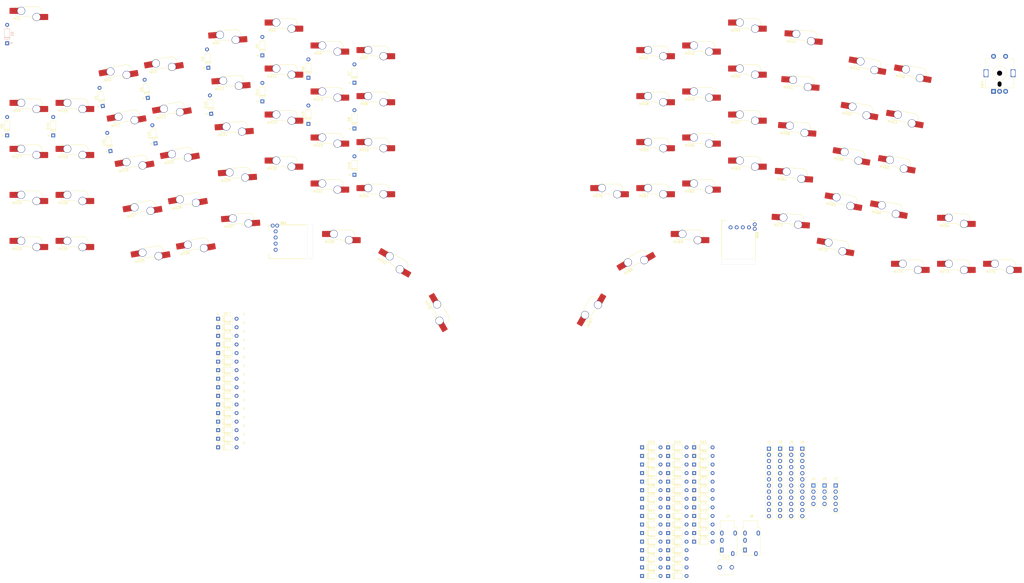
<source format=kicad_pcb>
(kicad_pcb (version 20240108) (generator "pcbnew") (generator_version "8.0")
  (layers (0 "F.Cu" signal) (31 "B.Cu" signal) (34 "B.Paste" user) (35 "F.Paste" user) (36 "B.SilkS" user "B.Silkscreen") (37 "F.SilkS" user "F.Silkscreen") (38 "B.Mask" user) (39 "F.Mask" user) (44 "Edge.Cuts" user))
  (net 0 "")
  (net 1 "Net-(D1-A)")
  (net 2 "Net-(D1-K)")
  (net 3 "Net-(D2-A)")
  (net 4 "Net-(D3-A)")
  (net 5 "Net-(D4-A)")
  (net 6 "Net-(D5-A)")
  (net 7 "Net-(D6-A)")
  (net 8 "Net-(D7-A)")
  (net 9 "Net-(D8-A)")
  (net 10 "Net-(D9-A)")
  (net 11 "Net-(D10-A)")
  (net 12 "Net-(D10-K)")
  (net 13 "Net-(D11-A)")
  (net 14 "Net-(D12-A)")
  (net 15 "Net-(D13-A)")
  (net 16 "Net-(D14-A)")
  (net 17 "Net-(D15-A)")
  (net 18 "Net-(D16-A)")
  (net 19 "Net-(D17-A)")
  (net 20 "Net-(D17-K)")
  (net 21 "Net-(D18-A)")
  (net 22 "Net-(D19-A)")
  (net 23 "Net-(D20-A)")
  (net 24 "Net-(D21-A)")
  (net 25 "Net-(D22-A)")
  (net 26 "Net-(D23-A)")
  (net 27 "Net-(D24-A)")
  (net 28 "Net-(D25-A)")
  (net 29 "Net-(D25-K)")
  (net 30 "Net-(D26-A)")
  (net 31 "Net-(D27-A)")
  (net 32 "Net-(D28-A)")
  (net 33 "Net-(D29-A)")
  (net 34 "Net-(D30-A)")
  (net 35 "Net-(D31-A)")
  (net 36 "Net-(D32-A)")
  (net 37 "Net-(D33-K)")
  (net 38 "Net-(D33-A)")
  (net 39 "Net-(D34-A)")
  (net 40 "Net-(D35-A)")
  (net 41 "Net-(D36-A)")
  (net 42 "Net-(D37-A)")
  (net 43 "Net-(D38-A)")
  (net 44 "Net-(D39-A)")
  (net 45 "Net-(D40-A)")
  (net 46 "Net-(D41-K)")
  (net 47 "Net-(D41-A)")
  (net 48 "Net-(D42-A)")
  (net 49 "Net-(D43-A)")
  (net 50 "Net-(D44-A)")
  (net 51 "Net-(D45-A)")
  (net 52 "Net-(D46-A)")
  (net 53 "Net-(D47-A)")
  (net 54 "Net-(D48-K)")
  (net 55 "Net-(D48-A)")
  (net 56 "Net-(D49-A)")
  (net 57 "Net-(D50-A)")
  (net 58 "Net-(D51-A)")
  (net 59 "Net-(D52-A)")
  (net 60 "Net-(D53-A)")
  (net 61 "Net-(D54-A)")
  (net 62 "Net-(D55-K)")
  (net 63 "Net-(D55-A)")
  (net 64 "Net-(D56-A)")
  (net 65 "Net-(D57-A)")
  (net 66 "Net-(D58-A)")
  (net 67 "Net-(D59-A)")
  (net 68 "Net-(D60-A)")
  (net 69 "Net-(D61-K)")
  (net 70 "Net-(D61-A)")
  (net 71 "Net-(D62-A)")
  (net 72 "Net-(D63-A)")
  (net 73 "Net-(D64-A)")
  (net 74 "Net-(D65-A)")
  (net 75 "Net-(D66-A)")
  (net 76 "Net-(D67-A)")
  (net 77 "Net-(D67-K)")
  (net 78 "Net-(D68-A)")
  (net 79 "Net-(D69-A)")
  (net 80 "Net-(D70-A)")
  (net 81 "Net-(D71-A)")
  (net 82 "Net-(D72-A)")
  (net 83 "Net-(D73-A)")
  (net 84 "Net-(D74-A)")
  (net 85 "Net-(D75-A)")
  (net 86 "Net-(D76-A)")
  (net 87 "TRRS_VCC")
  (net 88 "Net-(J1-Pin_7)")
  (net 89 "Net-(J1-Pin_12)")
  (net 90 "Net-(J1-Pin_10)")
  (net 91 "Net-(J1-Pin_5)")
  (net 92 "Net-(J1-Pin_3)")
  (net 94 "Net-(J1-Pin_9)")
  (net 95 "Net-(J1-Pin_6)")
  (net 96 "Net-(J1-Pin_8)")
  (net 97 "Net-(J1-Pin_11)")
  (net 98 "TRRS_GND")
  (net 99 "OLED_SCL")
  (net 100 "OLED_VCC")
  (net 101 "OLED_SDA")
  (net 102 "OLED_GND")
  (net 103 "TRRS_DATA")
  (net 104 "ENC_L_A")
  (net 105 "ENC_L_B")
  (net 106 "GND")
  (net 109 "CIRQ_SCL")
  (net 110 "CIRQ_SDA")
  (net 113 "Net-(J5-Pin_2)")
  (net 114 "Net-(J5-Pin_1)")
  (net 115 "Net-(J6-Pin_9)")
  (net 118 "Net-(J6-Pin_5)")
  (net 119 "Net-(J6-Pin_11)")
  (net 120 "Net-(J6-Pin_7)")
  (net 122 "Net-(J6-Pin_1)")
  (net 123 "Net-(J6-Pin_6)")
  (net 124 "Net-(J6-Pin_10)")
  (net 125 "Net-(J6-Pin_12)")
  (net 126 "Net-(J6-Pin_8)")
  (net 127 "CIRQ_VCC")
  (net 128 "CIRQ_GND")
  (net 133 "ENC_R1_B")
  (net 134 "ENC_R1_A")
  (net 135 "ENC_R2_A")
  (net 136 "ENC_R2_B")
  (footprint "PCM_marbastlib-mx:SW_MX_HS_CPG151101S11_1u" (layer "F.Cu") (at 354.662943 125.432082 -4)
    (property "Reference" "MX71")
    (property "Value" "MX-NoLED")
  )
  (footprint "PCM_marbastlib-mx:SW_MX_HS_CPG151101S11_1u" (layer "F.Cu") (at 109.461578 136.009052 10)
    (property "Reference" "MX36")
    (property "Value" "MX-NoLED")
  )
  (footprint "Diode_THT:D_DO-35_SOD27_P7.62mm_Horizontal" (layer "F.Cu") (at 304.8225 265.0633)
    (property "Reference" "D63")
    (property "Value" "1N4148")
  )
  (footprint "PCM_marbastlib-mx:SW_MX_HS_CPG151101S11_1u" (layer "F.Cu") (at 423.452287 125.378902)
    (property "Reference" "MX54")
    (property "Value" "MX-NoLED")
  )
  (footprint "PCM_marbastlib-mx:SW_MX_HS_CPG151101S11_1u" (layer "F.Cu") (at 404.769974 64.2747 -10)
    (property "Reference" "MX46")
    (property "Value" "MX-NoLED")
  )
  (footprint "PCM_marbastlib-mx:SW_MX_HS_CPG151101S11_1u" (layer "F.Cu") (at 299.002287 113.078902)
    (property "Reference" "MX61")
    (property "Value" "MX-NoLED")
  )
  (footprint "PCM_marbastlib-mx:SW_MX_HS_CPG151101S11_1u" (layer "F.Cu") (at 58.7375 77.7875)
    (property "Reference" "MX10")
    (property "Value" "MX-NoLED")
  )
  (footprint "Diode_THT:D_DO-35_SOD27_P7.62mm_Horizontal" (layer "F.Cu") (at 315.5925 247.3133)
    (property "Reference" "D74")
    (property "Value" "1N4148")
  )
  (footprint "PCM_marbastlib-mx:SW_MX_HS_CPG151101S11_1u" (layer "F.Cu") (at 279.952287 113.078902)
    (property "Reference" "MX76")
    (property "Value" "MX-NoLED")
  )
  (footprint "PCM_marbastlib-mx:SW_MX_HS_CPG151101S11_1u" (layer "F.Cu") (at 39.6875 115.8875)
    (property "Reference" "MX25")
    (property "Value" "MX-NoLED")
  )
  (footprint "Diode_THT:D_DO-35_SOD27_P7.62mm_Horizontal" (layer "F.Cu") (at 89.5616 70.64375 100)
    (property "Reference" "D3")
    (property "Value" "1N4148")
  )
  (footprint "Diode_THT:D_DO-35_SOD27_P7.62mm_Horizontal" (layer "F.Cu") (at 50.403125 86.20125 90)
    (property "Reference" "D10")
    (property "Value" "1N4148")
  )
  (footprint "Diode_THT:D_DO-35_SOD27_P7.62mm_Horizontal" (layer "F.Cu") (at 118.640625 162.1)
    (property "Reference" "D17")
    (property "Value" "1N4148")
  )
  (footprint "Diode_THT:D_DO-35_SOD27_P7.62mm_Horizontal" (layer "F.Cu") (at 315.5925 250.8633)
    (property "Reference" "D75")
    (property "Value" "1N4148")
  )
  (footprint "PCM_marbastlib-mx:SW_MX_HS_CPG151101S11_1u" (layer "F.Cu") (at 318.002287 111.178902)
    (property "Reference" "MX62")
    (property "Value" "MX-NoLED")
  )
  (footprint "Diode_THT:D_DO-35_SOD27_P7.62mm_Horizontal" (layer "F.Cu") (at 175.021875 64.373125 90)
    (property "Reference" "D7")
    (property "Value" "1N4148")
  )
  (footprint "PCM_marbastlib-mx:SW_MX_HS_CPG151101S11_1u" (layer "F.Cu") (at 164.236687 111.178902)
    (property "Reference" "MX31")
    (property "Value" "MX-NoLED")
  )
  (footprint "Diode_THT:D_DO-35_SOD27_P7.62mm_Horizontal" (layer "F.Cu") (at 118.640625 190.5)
    (property "Reference" "D25")
    (property "Value" "1N4148")
  )
  (footprint "Connector_PinSocket_2.54mm:PinSocket_1x05_P2.54mm_Vertical" (layer "F.Cu") (at 374.1325 231.1633)
    (property "Reference" "J7")
    (property "Value" "Conn_01x05")
  )
  (footprint "Diode_THT:D_DO-35_SOD27_P7.62mm_Horizontal" (layer "F.Cu") (at 304.8225 229.5633)
    (property "Reference" "D53")
    (property "Value" "1N4148")
  )
  (footprint "Kailh red micro switch silent:Kailh red micro switch silent" (layer "F.Cu") (at 328.6875 265.0383)
    (property "Reference" "SW2")
    (property "Value" "SW_Push")
  )
  (footprint "PCM_marbastlib-mx:SW_MX_HS_CPG151101S11_1u" (layer "F.Cu") (at 423.452287 144.428902)
    (property "Reference" "MX73")
    (property "Value" "MX-NoLED")
  )
  (footprint "Diode_THT:D_DO-35_SOD27_P7.62mm_Horizontal" (layer "F.Cu") (at 294.0525 243.7633)
    (property "Reference" "D41")
    (property "Value" "1N4148")
  )
  (footprint "PCM_marbastlib-mx:SW_MX_HS_CPG151101S11_1u" (layer "F.Cu") (at 168.986687 132.078902)
    (property "Reference" "MX39")
    (property "Value" "MX-NoLED")
  )
  (footprint "PCM_marbastlib-mx:SW_MX_HS_CPG151101S11_1.25u" (layer "F.Cu") (at 276.094487 160.897102 60)
    (property "Reference" "MX67")
    (property "Value" "MX-NoLED")
  )
  (footprint "PCM_marbastlib-mx:SW_MX_HS_CPG151101S11_1u" (layer "F.Cu") (at 189.259487 141.919902 -30)
    (property "Reference" "MX32")
    (property "Value" "MX-NoLED")
  )
  (footprint "PCM_marbastlib-mx:SW_MX_HS_CPG151101S11_1u" (layer "F.Cu") (at 442.502287 144.428902)
    (property "Reference" "MX75")
    (property "Value" "MX-NoLED")
  )
  (footprint "PCM_marbastlib-mx:SW_MX_HS_CPG151101S11_1u" (layer "F.Cu") (at 127.576031 125.432082 4)
    (property "Reference" "MX37")
    (property "Value" "MX-NoLED")
  )
  (footprint "Diode_THT:D_DO-35_SOD27_P7.62mm_Horizontal" (layer "F.Cu") (at 315.5925 215.3633)
    (property "Reference" "D65")
    (property "Value" "1N4148")
  )
  (footprint "PCM_marbastlib-mx:SW_MX_HS_CPG151101S11_1u" (layer "F.Cu") (at 39.6875 96.8375)
    (property "Reference" "MX17")
    (property "Value" "MX-NoLED")
  )
  (footprint "Diode_THT:D_DO-35_SOD27_P7.62mm_Horizontal" (layer "F.Cu") (at 175.021875 102.473125 90)
    (property "Reference" "D16")
    (property "Value" "1N4148")
  )
  (footprint "Diode_THT:D_DO-35_SOD27_P7.62mm_Horizontal" (layer "F.Cu") (at 304.8225 261.5133)
    (property "Reference" "D62")
    (property "Value" "1N4148")
  )
  (footprint "PCM_marbastlib-mx:SW_MX_HS_CPG151101S11_1u" (layer "F.Cu") (at 102.845583 98.487877 10)
    (property "Reference" "MX20")
    (property "Value" "MX-NoLED")
  )
  (footprint "Diode_THT:D_DO-35_SOD27_P7.62mm_Horizontal" (layer "F.Cu") (at 294.0525 250.8633)
    (property "Reference" "D43")
    (property "Value" "1N4148")
  )
  (footprint "PCM_marbastlib-mx:SW_MX_HS_CPG151101S11_1u" (layer "F.Cu") (at 126.24717 106.428487 4)
    (property "Reference" "MX29")
    (property "Value" "MX-NoLED")
  )
  (footprint "Diode_THT:D_DO-35_SOD27_P7.62mm_Horizontal" (layer "F.Cu") (at 315.5925 226.0133)
    (property "Reference" "D68")
    (property "Value" "1N4148")
  )
  (footprint "PCM_marbastlib-mx:SW_MX_HS_CPG151101S11_1u" (layer "F.Cu") (at 164.236687 92.128902)
    (property "Reference" "MX23")
    (property "Value" "MX-NoLED")
  )
  (footprint "Diode_THT:D_DO-35_SOD27_P7.62mm_Horizontal" (layer "F.Cu") (at 294.0525 257.9633)
    (property "Reference" "D45")
    (property "Value" "1N4148")
  )
  (footprint "PCM_marbastlib-mx:SW_MX_HS_CPG151101S11_1u" (layer "F.Cu") (at 183.236687 55.928902)
    (property "Reference" "MX7")
    (property "Value" "MX-NoLED")
  )
  (footprint "PCM_marbastlib-mx:SW_MX_HS_CPG151101S11_1u" (layer "F.Cu") (at 124.918309 87.424892 4)
    (property "Reference" "MX21")
    (property "Value" "MX-NoLED")
  )
  (footprint "PCM_marbastlib-mx:SW_MX_HS_CPG151101S11_1u" (layer "F.Cu") (at 106.153581 117.248465 10)
    (property "Reference" "MX28")
    (property "Value" "MX-NoLED")
  )
  (footprint "Diode_THT:D_DO-35_SOD27_P7.62mm_Horizontal" (layer "F.Cu") (at 175.021875 83.34375 90)
    (property "Reference" "D8")
    (property "Value" "1N4148")
  )
  (footprint "PCM_marbastlib-mx:SW_MX_HS_CPG151101S11_1u" (layer "F.Cu") (at 398.153979 101.795875 -10)
    (property "Reference" "MX60")
    (property "Value" "MX-NoLED")
  )
  (footprint "Connector_PinSocket_2.54mm:PinSocket_1x04_P2.54mm_Vertical" (layer "F.Cu") (at 364.9325 231.1633)
    (property "Reference" "J2")
    (property "Value" "OLED")
  )
  (footprint "PCM_marbastlib-mx:SW_MX_HS_CPG151101S11_1u" (layer "F.Cu") (at 318.002287 92.128902)
    (property "Reference" "MX56")
    (property "Value" "MX-NoLED")
  )
  (footprint "Diode_THT:D_DO-35_SOD27_P7.62mm_Horizontal" (layer "F.Cu") (at 294.0525 247.3133)
    (property "Reference" "D42")
    (property "Value" "1N4148")
  )
  (footprint "Diode_THT:D_DO-35_SOD27_P7.62mm_Horizontal" (layer "F.Cu") (at 155.971875 81.43875 90)
    (property "Reference" "D15")
    (property "Value" "1N4148")
  )
  (footprint "PCM_marbastlib-mx:SW_MX_HS_CPG151101S11_1u" (layer "F.Cu") (at 337.002287 44.528902)
    (property "Reference" "MX43")
    (property "Value" "MX-NoLED")
  )
  (footprint "Diode_THT:D_DO-35_SOD27_P7.62mm_Horizontal" (layer "F.Cu") (at 294.0525 233.1133)
    (property "Reference" "D38")
    (property "Value" "1N4148")
  )
  (footprint "PCM_marbastlib-mx:SW_MX_HS_CPG151101S11_1u" (layer "F.Cu") (at 355.991804 106.428487 -4)
    (property "Reference" "MX64")
    (property "Value" "MX-NoLED")
  )
  (footprint "PCM_marbastlib-mx:SW_MX_HS_CPG151101S11_1u" (layer "F.Cu") (at 337.002287 82.628902)
    (property "Reference" "MX57")
    (property "Value" "MX-NoLED")
  )
  (footprint "Diode_THT:D_DO-35_SOD27_P7.62mm_Horizontal" (layer "F.Cu") (at 118.640625 215.35)
    (property "Reference" "D32")
    (property "Value" "1N4148")
  )
  (footprint "PCM_marbastlib-mx:SW_MX_HS_CPG151101S11_1u" (layer "F.Cu") (at 401.461977 83.035287 -10)
    (property "Reference" "MX53")
    (property "Value" "MX-NoLED")
  )
  (footprint "PCM_marbastlib-mx:SW_MX_HS_CPG151101S11_1.25u" (layer "F.Cu") (at 206.094487 160.897102 -60)
    (property "Reference" "MX40")
    (property "Value" "MX-NoLED")
  )
  (footprint "PCM_marbastlib-mx:SW_MX_HS_CPG151101S11_1u" (layer "F.Cu") (at 77.469 64.2747 10)
    (property "Reference" "MX2")
    (property "Value" "MX-NoLED")
  )
  (footprint "Diode_THT:D_DO-35_SOD27_P7.62mm_Horizontal" (layer "F.Cu") (at 118.640625 172.75)
    (property "Reference" "D20")
    (property "Value" "1N4148")
  )
  (footprint "Diode_THT:D_DO-35_SOD27_P7.62mm_Horizontal" (layer "F.Cu") (at 315.5925 222.4633)
    (property "Reference" "D67")
    (property "Value" "1N4148")
  )
  (footprint "PCM_marbastlib-mx:SW_MX_HS_CPG151101S11_1u" (layer "F.Cu") (at 372.777396 136.009052 -10)
    (property "Reference" "MX72")
    (property "Value" "MX-NoLED")
  )
  (footprint "PCM_marbastlib-mx:SW_MX_HS_CPG151101S11_1u" (layer "F.Cu") (at 404.402287 144.428902)
    (property "Reference" "MX74")
    (property "Value" "MX-NoLED")
  )
  (footprint "Connector_Audio:Jack_3.5mm_PJ320E_Horizontal" (layer "F.Cu") (at 336.6325 257.8633)
    (property "Reference" "J8")
    (property "Value" "AudioJack4")
  )
  (footprint "PCM_marbastlib-mx:SW_MX_HS_CPG151101S11_1u" (layer "F.Cu") (at 357.320665 87.424892 -4)
    (property "Reference" "MX58")
    (property "Value" "MX-NoLED")
  )
  (footprint "PCM_marbastlib-mx:SW_MX_HS_CPG151101S11_1u" (layer "F.Cu") (at 183.236687 74.978902)
    (property "Reference" "MX8")
    (property "Value" "MX-NoLED")
  )
  (footprint "Diode_THT:D_DO-35_SOD27_P7.62mm_Horizontal" (layer "F.Cu") (at 294.0525 254.4133)
    (property "Reference" "D44")
    (property "Value" "1N4148")
  )
  (footprint "PCM_marbastlib-mx:SW_MX_HS_CPG151101S11_1u" (layer "F.Cu") (at 145.236687 82.628902)
    (property "Reference" "MX22")
    (property "Value" "MX-NoLED")
  )
  (footprint "PCM_marbastlib-mx:SW_MX_HS_CPG151101S11_1u" (layer "F.Cu") (at 318.002287 73.078902)
    (property "Reference" "MX49")
    (property "Value" "MX-NoLED")
  )
  (footprint "PCM_marbastlib-mx:SW_MX_HS_CPG151101S11_1u" (layer "F.Cu") (at 164.236687 54.028902)
    (property "Reference" "MX6")
    (property "Value" "MX-NoLED")
  )
  (footprint "Diode_THT:D_DO-35_SOD27_P7.62mm_Horizontal" (layer "F.Cu") (at 294.0525 218.9133)
    (property "Reference" "D34")
    (property "Value" "1N4148")
  )
  (footprint "PCM_marbastlib-mx:SW_MX_HS_CPG151101S11_1u" (layer "F.Cu") (at 337.002287 101.678902)
    (property "Reference" "MX63")
    (property "Value" "MX-NoLED")
  )
  (footprint "PCM_marbastlib-mx:SW_MX_HS_CPG151101S11_1u" (layer "F.Cu") (at 386.009387 60.966702 -10)
    (property "Reference" "MX45")
    (property "Value" "MX-NoLED")
  )
  (footprint "Diode_THT:D_DO-35_SOD27_P7.62mm_Horizontal" (layer "F.Cu") (at 118.640625 204.7)
    (property "Reference" "D29")
    (property "Value" "1N4148")
  )
  (footprint "Diode_THT:D_DO-35_SOD27_P7.62mm_Horizontal" (layer "F.Cu") (at 118.640625 179.85)
    (property "Reference" "D22")
    (property "Value" "1N4148")
  )
  (footprint "Diode_THT:D_DO-35_SOD27_P7.62mm_Horizontal" (layer "F.Cu") (at 304.8225 240.2133)
    (property "Reference" "D56")
    (property "Value" "1N4148")
  )
  (footprint "Diode_THT:D_DO-35_SOD27_P7.62mm_Horizontal" (layer "F.Cu") (at 118.640625 165.65)
    (property "Reference" "D18")
    (property "Value" "1N4148")
  )
  (footprint "PCM_marbastlib-mx:SW_MX_HS_CPG151101S11_1u" (layer "F.Cu") (at 145.236687 101.678902)
    (property "Reference" "MX30")
    (property "Value" "MX-NoLED")
  )
  (footprint "PCM_marbastlib-mx:SW_MX_HS_CPG151101S11_1u" (layer "F.Cu") (at 183.236687 113.078902)
    (property "Reference" "MX24")
    (property "Value" "MX-NoLED")
  )
  (footprint "Diode_THT:D_DO-35_SOD27_P7.62mm_Horizontal" (layer "F.Cu") (at 304.8225 236.6633)
    (property "Reference" "D55")
    (property "Value" "1N4148")
  )
  (footprint "Diode_THT:D_DO-35_SOD27_P7.62mm_Horizontal" (layer "F.Cu") (at 315.5925 229.5633)
    (property "Reference" "D69")
    (property "Value" "1N4148")
  )
  (footprint "Connector_PinSocket_2.54mm:PinSocket_1x04_P2.54mm_Vertical" (layer "F.Cu") (at 369.5325 231.1633)
    (property "Reference" "J9")
    (property "Value" "Cirque_TRKPD")
  )
  (footprint "PCM_marbastlib-mx:SW_MX_HS_CPG151101S11_1u" (layer "F.Cu") (at 80.776997 83.035287 10)
    (property "Reference" "MX11")
    (property "Value" "MX-NoLED")
  )
  (footprint "Connector_PinSocket_2.54mm:PinSocket_1x12_P2.54mm_Vertical" (layer "F.Cu") (at 346.5325 215.9133)
    (property "Reference" "J1")
    (property "Value" "Conn_01x12")
  )
  (footprint "PCM_marbastlib-mx:SW_MX_HS_CPG151101S11_1u" (layer "F.Cu") (at 84.084995 101.795875 10)
    (property "Reference" "MX19")
    (property "Value" "MX-NoLED")
  )
  (footprint "Diode_THT:D_DO-35_SOD27_P7.62mm_Horizontal" (layer "F.Cu") (at 70.908475 73.998993 100)
    (property "Reference" "D2")
    (property "Value" "1N4148")
  )
  (footprint "PCM_marbastlib-mx:SW_MX_HS_CPG151101S11_1u" (layer "F.Cu") (at 394.845981 120.556463 -10)
    (property "Reference" "MX66")
    (property "Value" "MX-NoLED")
  )
  (footprint "Diode_THT:D_DO-35_SOD27_P7.62mm_Horizontal" (layer "F.Cu") (at 304.8225 254.4133)
    (property "Reference" "D60")
    (property "Value" "1N4148")
  )
  (footprint "Diode_THT:D_DO-35_SOD27_P7.62mm_Horizontal" (layer "F.Cu") (at 294.0525 215.3633)
    (property "Reference" "D33")
    (property "Value" "1N4148")
  )
  (footprint "Diode_THT:D_DO-35_SOD27_P7.62mm_Horizontal" (layer "F.Cu") (at 294.0525 261.5133)
    (property "Reference" "D46")
    (property "Value" "1N4148")
  )
  (footprint "Diode_THT:D_DO-35_SOD27_P7.62mm_Horizontal" (layer "F.Cu") (at 118.640625 208.25)
    (property "Reference" "D30")
    (property "Value" "1N4148")
  )
  (footprint "random-keyboard-parts:RollerEncoder_Panasonic_EVQWGD001" (layer "F.Cu") (at 334.452287 129.885152 -90)
    (property "Reference" "SW3")
    (property "Value" "RotaryEncoder_Switch")
    (fp_line (start 7.7 7.6) (end 9.5 7.6) (stroke (width 0.05)) (layer "Edge.Cuts"))
    (fp_line (start 9.8 7.3) (end 9.8 -6.3) (stroke (width 0.05)) (layer "Edge.Cuts"))
    (fp_line (start 7.4 -6.3) (end 7.4 7.3) (stroke (width 0.05)) (layer "Edge.Cuts"))
    (fp_line (start 9.5 -6.6) (end 7.7 -6.6) (stroke (width 0.05)) (layer "Edge.Cuts"))
    (fp_arc (start 7.7 7.6) (mid 7.487868 7.512132) (end 7.4 7.3) (stroke (width 0.05)) (layer "Edge.Cuts"))
    (fp_arc (start 9.8 7.3) (mid 9.712132 7.512132) (end 9.5 7.6) (stroke (width 0.05)) (layer "Edge.Cuts"))
    (fp_arc (start 7.4 -6.3) (mid 7.487868 -6.512132) (end 7.7 -6.6) (stroke (width 0.05)) (layer "Edge.Cuts"))
    (fp_arc (start 9.5 -6.6) (mid 9.712132 -6.512132) (end 9.8 -6.3) (stroke (width 0.05)) (layer "Edge.Cuts"))
  )
  (footprint "Diode_THT:D_DO-35_SOD27_P7.62mm_Horizontal" (layer "F.Cu") (at 92.7366 89.477118 100)
    (property "Reference" "D12")
    (property "Value" "1N4148")
  )
  (footprint "PCM_marbastlib-mx:SW_MX_HS_CPG151101S11_1u" (layer "F.Cu") (at 87.392993 120.556463 10)
    (property "Reference" "MX27")
    (property "Value" "MX-NoLED")
  )
  (footprint "Diode_THT:D_DO-35_SOD27_P7.62mm_Horizontal" (layer "F.Cu") (at 304.8225 243.7633)
    (property "Reference" "D57")
    (property "Value" "1N4148")
  )
  (footprint "Diode_THT:D_DO-35_SOD27_P7.62mm_Horizontal" (layer "F.Cu") (at 294.0525 222.4633)
    (property "Reference" "D35")
    (property "Value" "1N4148")
  )
  (footprint "Diode_THT:D_DO-35_SOD27_P7.62mm_Horizontal" (layer "F.Cu") (at 315.5925 218.9133)
    (property "Reference" "D66")
    (property "Value" "1N4148")
  )
  (footprint "Diode_THT:D_DO-35_SOD27_P7.62mm_Horizontal" (layer "F.Cu") (at 304.8225 215.3633)
    (property "Reference" "D49")
    (property "Value" "1N4148")
  )
  (footprint "Diode_THT:D_DO-35_SOD27_P7.62mm_Horizontal" (layer "F.Cu") (at 118.640625 211.8)
    (property "Reference" "D31")
    (property "Value" "1N4148")
  )
  (footprint "PCM_marbastlib-mx:SW_MX_HS_CPG151101S11_1u" (layer "F.Cu") (at 123.589448 68.421297 4)
    (property "Reference" "MX13")
    (property "Value" "MX-NoLED")
  )
  (footprint "PCM_marbastlib-mx:SW_MX_HS_CPG151101S11_1u" (layer "F.Cu") (at 39.6875 77.7875)
    (property "Reference" "MX9")
    (property "Value" "MX-NoLED")
  )
  (footprint "Diode_THT:D_DO-35_SOD27_P7.62mm_Horizontal" (layer "F.Cu") (at 294.0525 229.5633)
    (property "Reference" "D37")
    (property "Value" "1N4148")
  )
  (footprint "Diode_THT:D_DO-35_SOD27_P7.62mm_Horizontal" (layer "F.Cu") (at 315.5925 233.1133)
    (property "Reference" "D70")
    (property "Value" "1N4148")
  )
  (footprint "Diode_THT:D_DO-35_SOD27_P7.62mm_Horizontal" (layer "F.Cu") (at 294.0525 236.6633)
    (property "Reference" "D39")
    (property "Value" "1N4148")
  )
  (footprint "Diode_THT:D_DO-35_SOD27_P7.62mm_Horizontal" (layer "F.Cu") (at 136.921875 53.0225 90)
    (property "Reference" "D5")
    (property "Value" "1N4148")
  )
  (footprint "PCM_marbastlib-mx:SW_MX_HS_CPG151101S11_1u" (layer "F.Cu") (at 39.6875 39.6875)
    (property "Reference" "MX1")
    (property "Value" "MX-NoLED")
  )
  (footprint "Diode_THT:D_DO-35_SOD27_P7.62mm_Horizontal" (layer "F.Cu") (at 114.565773 58.172594 94)
    (property "Reference" "D4")
    (property "Value" "1N4148")
  )
  (footprint "Diode_THT:D_DO-35_SOD27_P7.62mm_Horizontal" (layer "F.Cu") (at 118.640625 186.95)
    (property "Reference" "D24")
    (property "Value" "1N4148")
  )
  (footprint "PCM_marbastlib-mx:SW_MX_HS_CPG151101S11_1u" (layer "F.Cu") (at 90.700991 139.31705 10)
    (property "Reference" "MX35")
    (property "Value" "MX-NoLED")
  )
  (footprint "Diode_THT:D_DO-35_SOD27_P7.62mm_Horizontal" (layer "F.Cu") (at 155.971875 62.309375 90)
    (property "Reference" "D6")
    (property "Value" "1N4148")
  )
  (footprint "Diode_THT:D_DO-35_SOD27_P7.62mm_Horizontal" (layer "F.Cu") (at 118.640625 176.3)
    (property "Reference" "D21")
    (property "Value" "1N4148")
  )
  (footprint "Diode_THT:D_DO-35_SOD27_P7.62mm_Horizontal" (layer "F.Cu") (at 315.5925 254.4133)
    (property "Reference" "D76")
    (property "Value" "1N4148")
  )
  (footprint "PCM_marbastlib-mx:SW_MX_HS_CPG151101S11_1u" (layer "F.Cu") (at 299.002287 94.028902)
    (property "Reference" "MX55")
    (property "Value" "MX-NoLED")
  )
  (footprint "Diode_THT:D_DO-35_SOD27_P7.62mm_Horizontal" (layer "F.Cu") (at 118.640625 201.15)
    (property "Reference" "D28")
    (property "Value" "1N4148")
  )
  (footprint "PCM_marbastlib-mx:SW_MX_HS_CPG151101S11_1u" (layer "F.Cu") (at 164.236687 73.078902)
    (property "Reference" "MX15")
    (property "Value" "MX-NoLED")
  )
  (footprint "Diode_THT:D_DO-35_SOD27_P7.62mm_Horizontal" (layer "F.Cu") (at 31.353125 86.20125 90)
    (property "Reference" "D9")
    (property "Value" "1N4148")
  )
  (footprint "PCM_marbastlib-mx:SW_MX_HS_CPG151101S11_1u" (layer "F.Cu") (at 96.229587 60.966702 10)
    (property "Reference" "MX3")
    (property "Value" "MX-NoLED")
  )
  (footprint "PCM_marbastlib-mx:SW_MX_HS_CPG151101S11_1u" (layer "F.Cu") (at 145.236687 63.578902)
    (property "Reference" "MX14")
    (property "Value" "MX-NoLED")
  )
  (footprint "Diode_THT:D_DO-35_SOD27_P7.62mm_Horizontal" (layer "F.Cu") (at 304.8225 247.3133)
    (property "Reference" "D58")
    (property "Value" "1N4148")
  )
  (footprint "Connector_Audio:Jack_3.5mm_PJ320E_Horizontal" (layer "F.Cu") (at 327.0475 257.8633)
    (property "Reference" "J4")
    (property "Value" "AudioJack4")
  )
  (footprint "Diode_THT:D_DO-35_SOD27_P7.62mm_Horizontal" (layer "F.Cu") (at 115.756398 77.222594 94)
    (property "Reference" "D13")
    (property "Value" "1N4148")
  )
  (footprint "Diode_THT:D_DO-35_SOD27_P7.62mm_Horizontal" (layer "F.Cu") (at 118.640625 194.05)
    (property "Reference" "D26")
    (property "Value" "1N4148")
  )
  (footprint "Diode_THT:D_DO-35_SOD27_P7.62mm_Horizontal" (layer "F.Cu") (at 315.5925 236.6633)
    (property "Reference" "D71")
    (property "Value" "1N4148")
  )
  (footprint "Connector_PinSocket_2.54mm:PinSocket_1x12_P2.54mm_Vertical" (layer "F.Cu") (at 355.7325 215.9133)
    (property "Reference" "J5")
    (property "Value" "Conn_01x12")
  )
  (footprint "PCM_marbastlib-mx:SW_MX_HS_CPG151101S11_1u" (layer "F.Cu") (at 313.252287 132.078902)
    (property "Reference" "MX69")
    (property "Value" "MX-NoLED")
  )
  (footprint "Diode_THT:D_DO-35_SOD27_P7.62mm_Horizontal" (layer "F.Cu") (at 74.083475 92.652118 100)
    (property "Reference" "D11")
    (property "Value" "1N4148")
  )
  (footprint "Diode_THT:D_DO-35_SOD27_P7.62mm_Horizontal" (layer "F.Cu") (at 136.921875 72.0725 90)
    (property "Reference" "D14")
    (property "Value" "1N4148")
  )
  (footprint "Diode_THT:D_DO-35_SOD27_P7.62mm_Horizontal" (layer "F.Cu") (at 315.5925 240.2133)
    (property "Reference" "D72")
    (property "Value" "1N4148")
  )
  (footprint "PCM_marbastlib-mx:SW_MX_HS_CPG151101S11_1u" (layer "F.Cu") (at 318.002287 54.028902)
    (property "Reference" "MX42")
    (property "Value" "MX-NoLED")
  )
  (footprint "PCM_marbastlib-mx:SW_MX_HS_CPG151101S11_1u" (layer "F.Cu") (at 379.393391 98.487877 -10)
    (property "Reference" "MX59")
    (property "Value" "MX-NoLED")
  )
  (footprint "PCM_marbastlib-mx:SW_MX_HS_CPG151101S11_1u" (layer "F.Cu") (at 99.537585 79.727289 10)
    (property "Reference" "MX12")
    (property "Value" "MX-NoLED")
  )
  (footprint "PCM_marbastlib-mx:SW_MX_HS_CPG151101S11_1u" (layer "F.Cu") (at 382.701389 79.727289 -10)
    (property "Reference" "MX52")
    (property "Value" "MX-NoLED")
  )
  (footprint "Diode_THT:D_DO-35_SOD27_P7.62mm_Horizontal" (layer "F.Cu") (at 294.0525 240.2133)
    (property "Reference" "D40")
    (property "Value" "1N4148")
  )
  (footprint "PCM_marbastlib-mx:SW_MX_HS_CPG151101S11_1u" (layer "F.Cu") (at 58.7375 96.8375)
    (property "Reference" "MX18")
    (property "Value" "MX-NoLED")
  )
  (footprint "Connector_PinSocket_2.54mm:PinSocket_1x12_P2.54mm_Vertical" (layer "F.Cu") (at 360.3325 215.9133)
    (property "Reference" "J6")
    (property "Value" "Conn_01x12")
  )
  (footprint "Connector_PinSocket_2.54mm:PinSocket_1x12_P2.54mm_Vertical" (layer "F.Cu") (at 351.1325 215.9133)
    (property "Reference" "J3")
    (property "Value" "Conn_01x12")
  )
  (footprint "Diode_THT:D_DO-35_SOD27_P7.62mm_Horizontal" (layer "F.Cu") (at 304.8225 226.0133)
    (property "Reference" "D52")
    (property "Value" "1N4148")
  )
  (footprint "PCM_marbastlib-mx:SW_MX_HS_CPG151101S11_1u" (layer "F.Cu") (at 337.002287 63.578902)
    (property "Reference" "MX50")
    (property "Value" "MX-NoLED")
  )
  (footprint "PCM_marbastlib-mx:SW_MX_HS_CPG151101S11_1u" (layer "F.Cu") (at 359.978387 49.417702 -4)
    (property "Reference" "MX44")
    (property "Value" "MX-NoLED")
  )
  (footprint "Diode_THT:D_DO-35_SOD27_P7.62mm_Horizontal" (layer "F.Cu") (at 304.8225 268.6133)
    (property "Reference" "D64")
    (property "Value" "1N4148")
  )
  (footprint "Diode_THT:D_DO-35_SOD27_P7.62mm_Horizontal" (layer "F.Cu") (at 118.640625 197.6)
    (property "Reference" "D27")
    (property "Value" "1N4148")
  )
  (footprint "random-keyboard-parts:RollerEncoder_Panasonic_EVQWGD001" (layer "F.Cu") (at 148.061687 129.728902)
    (property "Reference" "SW1")
    (property "Value" "RotaryEncoder_Switch")
    (fp_line (start 7.4 -6.3) (end 7.4 7.3) (stroke (width 0.05)) (layer "Edge.Cuts"))
    (fp_line (start 7.7 7.6) (end 9.5 7.6) (stroke (width 0.05)) (layer "Edge.Cuts"))
    (fp_line (start 9.5 -6.6) (end 7.7 -6.6) (stroke (width 0.05)) (layer "Edge.Cuts"))
    (fp_line (start 9.8 7.3) (end 9.8 -6.3) (stroke (width 0.05)) (layer "Edge.Cuts"))
    (fp_arc (start 7.4 -6.3) (mid 7.487868 -6.512132) (end 7.7 -6.6) (stroke (width 0.05)) (layer "Edge.Cuts"))
    (fp_arc (start 7.7 7.6) (mid 7.487868 7.512132) (end 7.4 7.3) (stroke (width 0.05)) (layer "Edge.Cuts"))
    (fp_arc (start 9.5 -6.6) (mid 9.712132 -6.512132) (end 9.8 -6.3) (stroke (width 0.05)) (layer "Edge.Cuts"))
    (fp_arc (start 9.8 7.3) (mid 9.712132 7.512132) (end 9.5 7.6) (stroke (width 0.05)) (layer "Edge.Cuts"))
  )
  (footprint "PCM_marbastlib-mx:SW_MX_HS_CPG151101S11_1u" (layer "F.Cu") (at 299.002287 74.978902)
    (property "Reference" "MX48")
    (property "Value" "MX-NoLED")
  )
  (footprint "PCM_marbastlib-mx:SW_MX_HS_CPG151101S11_1u" (layer "F.Cu") (at 145.236687 44.528902)
    (property "Reference" "MX5")
    (property "Value" "MX-NoLED")
  )
  (footprint "Diode_THT:D_DO-35_SOD27_P7.62mm_Horizontal" (layer "F.Cu") (at 304.8225 222.4633)
    (property "Reference" "D51")
    (property "Value" "1N4148")
  )
  (footprint "Diode_THT:D_DO-35_SOD27_P7.62mm_Horizontal" (layer "F.Cu") (at 118.640625 183.4)
    (property "Reference" "D23")
    (property "Value" "1N4148")
  )
  (footprint "Diode_THT:D_DO-35_SOD27_P7.62mm_Horizontal" (layer "F.Cu") (at 118.640625 169.2)
    (property "Reference" "D19")
    (property "Value" "1N4148")
  )
  (footprint "Diode_THT:D_DO-35_SOD27_P7.62mm_Horizontal" (layer "F.Cu") (at 315.5925 243.7633)
    (property "Reference" "D73")
    (property "Value" "1N4148")
  )
  (footprint "PCM_marbastlib-mx:SW_MX_HS_CPG151101S11_1u" (layer "F.Cu") (at 58.7375 115.8875)
    (property "Reference" "MX26")
    (property "Value" "MX-NoLED")
  )
  (footprint "random-keyboard-parts:RotaryEncoder_Alps_EC11E-Switch_Vertical_H20mm_MountingHoles" (layer "F.Cu") (at 439.452287 67.933502 90)
    (property "Reference" "SW4")
    (property "Value" "RotaryEncoder_Switch")
  )
  (footprint "Diode_THT:D_DO-35_SOD27_P7.62mm_Horizontal" (layer "F.Cu") (at 304.8225 233.1133)
    (property "Reference" "D54")
    (property "Value" "1N4148")
  )
  (footprint "Diode_THT:D_DO-35_SOD27_P7.62mm_Horizontal" (layer "F.Cu") (at 294.0525 268.6133)
    (property "Reference" "D48")
    (property "Value" "1N4148")
  )
  (footprint "Diode_THT:D_DO-35_SOD27_P7.62mm_Horizontal" (layer "F.Cu") (at 294.0525 226.0133)
    (property "Reference" "D36")
    (property "Value" "1N4148")
  )
  (footprint "PCM_marbastlib-mx:SW_MX_HS_CPG151101S11_1u" (layer "F.Cu") (at 122.260587 49.417702 4)
    (property "Reference" "MX4")
    (property "Value" "MX-NoLED")
  )
  (footprint "PCM_marbastlib-mx:SW_MX_HS_CPG151101S11_1u" (layer "F.Cu") (at 299.002287 55.928902)
    (property "Reference" "MX41")
    (property "Value" "MX-NoLED")
  )
  (footprint "PCM_marbastlib-mx:SW_MX_HS_CPG151101S11_1u" (layer "F.Cu") (at 183.236687 94.028902)
    (property "Reference" "MX16")
    (property "Value" "MX-NoLED")
  )
  (footprint "Diode_THT:D_DO-35_SOD27_P7.62mm_Horizontal" (layer "F.Cu") (at 294.0525 265.0633)
    (property "Reference" "D47")
    (property "Value" "1N4148")
  )
  (footprint "PCM_marbastlib-mx:SW_MX_HS_CPG151101S11_1u" (layer "F.Cu") (at 376.085393 117.248465 -10)
    (property "Reference" "MX65")
    (property "Value" "MX-NoLED")
  )
  (footprint "PCM_marbastlib-mx:SW_MX_HS_CPG151101S11_1u" (layer "F.Cu") (at 358.649526 68.421297 -4)
    (property "Reference" "MX51")
    (property "Value" "MX-NoLED")
  )
  (footprint "PCM_marbastlib-mx:SW_MX_HS_CPG151101S11_1u" (layer "F.Cu") (at 39.6875 134.9375)
    (property "Reference" "MX33")
    (property "Value" "MX-NoLED")
  )
  (footprint "PCM_marbastlib-mx:SW_MX_HS_CPG151101S11_1u" (layer "F.Cu") (at 58.7375 134.9375)
    (property "Reference" "MX34")
    (property "Value" "MX-NoLED")
  )
  (footprint "Diode_THT:D_DO-35_SOD27_P7.62mm_Horizontal" (layer "F.Cu") (at 304.8225 250.8633)
    (property "Reference" "D59")
    (property "Value" "1N4148")
  )
  (footprint "Diode_THT:D_DO-35_SOD27_P7.62mm_Horizontal" (layer "F.Cu") (at 304.8225 257.9633)
    (property "Reference" "D61")
    (property "Value" "1N4148")
  )
  (footprint "Diode_THT:D_DO-35_SOD27_P7.62mm_Horizontal" (layer "F.Cu") (at 304.8225 218.9133)
    (property "Reference" "D50")
    (property "Value" "1N4148")
  )
  (footprint "PCM_marbastlib-mx:SW_MX_HS_CPG151101S11_1u" (layer "F.Cu") (at 292.929487 141.919902 30)
    (property "Reference" "MX68")
    (property "Value" "MX-NoLED")
  )
  (footprint "Diode_THT:D_DO-35_SOD27_P7.62mm_Horizontal" (layer "B.Cu") (at 31.353125 48.021875 90)
    (property "Reference" "D1")
    (property "Value" "1N4148")
  )
)
</source>
